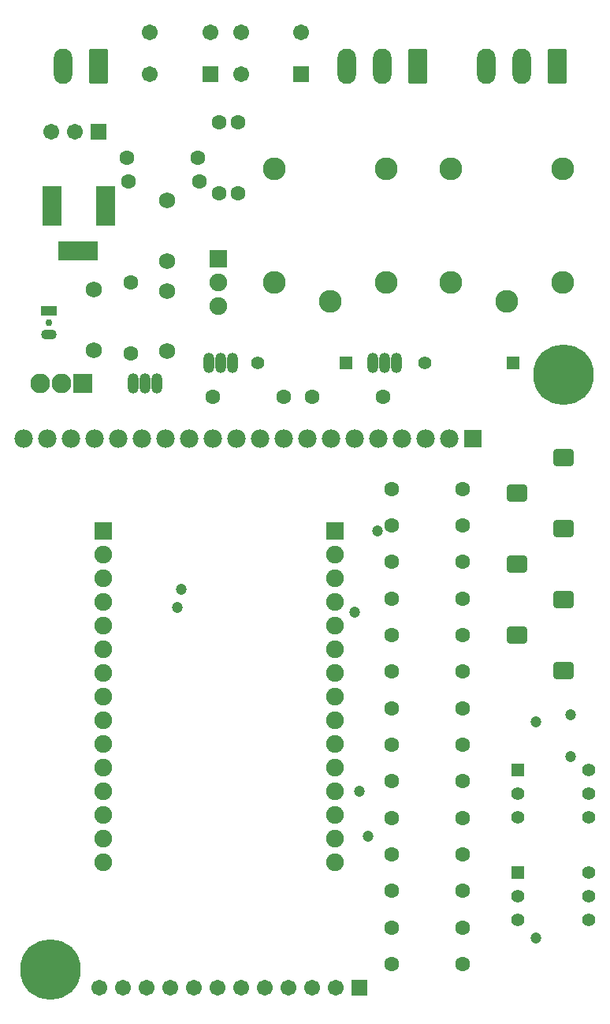
<source format=gbr>
%TF.GenerationSoftware,Altium Limited,Altium Designer,21.3.2 (30)*%
G04 Layer_Color=16711935*
%FSLAX26Y26*%
%MOIN*%
%TF.SameCoordinates,1719BFE3-EC80-49D5-815D-C9D469E1D468*%
%TF.FilePolarity,Negative*%
%TF.FileFunction,Soldermask,Bot*%
%TF.Part,Single*%
G01*
G75*
%TA.AperFunction,ComponentPad*%
G04:AMPARAMS|DCode=35|XSize=42.126mil|YSize=66.929mil|CornerRadius=21.063mil|HoleSize=0mil|Usage=FLASHONLY|Rotation=270.000|XOffset=0mil|YOffset=0mil|HoleType=Round|Shape=RoundedRectangle|*
%AMROUNDEDRECTD35*
21,1,0.042126,0.024803,0,0,270.0*
21,1,0.000000,0.066929,0,0,270.0*
1,1,0.042126,-0.012402,0.000000*
1,1,0.042126,-0.012402,0.000000*
1,1,0.042126,0.012402,0.000000*
1,1,0.042126,0.012402,0.000000*
%
%ADD35ROUNDEDRECTD35*%
%ADD36C,0.029528*%
%ADD37R,0.066929X0.042126*%
G04:AMPARAMS|DCode=46|XSize=78.866mil|YSize=149.732mil|CornerRadius=39.433mil|HoleSize=0mil|Usage=FLASHONLY|Rotation=180.000|XOffset=0mil|YOffset=0mil|HoleType=Round|Shape=RoundedRectangle|*
%AMROUNDEDRECTD46*
21,1,0.078866,0.070866,0,0,180.0*
21,1,0.000000,0.149732,0,0,180.0*
1,1,0.078866,0.000000,0.035433*
1,1,0.078866,0.000000,0.035433*
1,1,0.078866,0.000000,-0.035433*
1,1,0.078866,0.000000,-0.035433*
%
%ADD46ROUNDEDRECTD46*%
G04:AMPARAMS|DCode=47|XSize=78.866mil|YSize=149.732mil|CornerRadius=8.961mil|HoleSize=0mil|Usage=FLASHONLY|Rotation=180.000|XOffset=0mil|YOffset=0mil|HoleType=Round|Shape=RoundedRectangle|*
%AMROUNDEDRECTD47*
21,1,0.078866,0.131811,0,0,180.0*
21,1,0.060945,0.149732,0,0,180.0*
1,1,0.017921,-0.030473,0.065906*
1,1,0.017921,0.030473,0.065906*
1,1,0.017921,0.030473,-0.065906*
1,1,0.017921,-0.030473,-0.065906*
%
%ADD47ROUNDEDRECTD47*%
%ADD48R,0.067055X0.067055*%
%ADD49C,0.067055*%
%TA.AperFunction,ViaPad*%
%ADD50C,0.039496*%
%ADD51C,0.256031*%
%TA.AperFunction,ComponentPad*%
%ADD52R,0.083591X0.083591*%
%ADD53C,0.083591*%
G04:AMPARAMS|DCode=54|XSize=74.929mil|YSize=74.929mil|CornerRadius=37.465mil|HoleSize=0mil|Usage=FLASHONLY|Rotation=0.000|XOffset=0mil|YOffset=0mil|HoleType=Round|Shape=RoundedRectangle|*
%AMROUNDEDRECTD54*
21,1,0.074929,0.000000,0,0,0.0*
21,1,0.000000,0.074929,0,0,0.0*
1,1,0.074929,0.000000,0.000000*
1,1,0.074929,0.000000,0.000000*
1,1,0.074929,0.000000,0.000000*
1,1,0.074929,0.000000,0.000000*
%
%ADD54ROUNDEDRECTD54*%
%ADD55R,0.074929X0.074929*%
%ADD56C,0.039496*%
%ADD57C,0.256031*%
%ADD58C,0.078000*%
%ADD59R,0.078000X0.078000*%
%ADD60C,0.063118*%
%ADD61O,0.047370X0.086740*%
%ADD62O,0.047370X0.086740*%
%ADD63R,0.055244X0.055244*%
%ADD64C,0.055244*%
%ADD65C,0.096583*%
%ADD66R,0.078866X0.165480*%
%ADD67R,0.165480X0.078866*%
%ADD68C,0.068000*%
%ADD69R,0.074929X0.074929*%
%ADD70C,0.074929*%
G04:AMPARAMS|DCode=71|XSize=70.992mil|YSize=86.74mil|CornerRadius=11.874mil|HoleSize=0mil|Usage=FLASHONLY|Rotation=90.000|XOffset=0mil|YOffset=0mil|HoleType=Round|Shape=RoundedRectangle|*
%AMROUNDEDRECTD71*
21,1,0.070992,0.062992,0,0,90.0*
21,1,0.047244,0.086740,0,0,90.0*
1,1,0.023748,0.031496,0.023622*
1,1,0.023748,0.031496,-0.023622*
1,1,0.023748,-0.031496,-0.023622*
1,1,0.023748,-0.031496,0.023622*
%
%ADD71ROUNDEDRECTD71*%
%TA.AperFunction,ViaPad*%
%ADD72C,0.047370*%
D35*
X185433Y2847638D02*
D03*
D36*
Y2897638D02*
D03*
D37*
Y2947638D02*
D03*
D46*
X1444488Y3980315D02*
D03*
X1594488D02*
D03*
X2185039D02*
D03*
X2035039D02*
D03*
X243701Y3980315D02*
D03*
D47*
X1744488Y3980315D02*
D03*
X2335039D02*
D03*
X393701Y3980315D02*
D03*
D48*
X1496063Y86614D02*
D03*
X393701Y3704724D02*
D03*
X866142Y3946850D02*
D03*
X1251968D02*
D03*
D49*
X1396063Y86614D02*
D03*
X1296063D02*
D03*
X1196063D02*
D03*
X1096063D02*
D03*
X996063D02*
D03*
X896063D02*
D03*
X796063D02*
D03*
X696063D02*
D03*
X596063D02*
D03*
X496063D02*
D03*
X396063D02*
D03*
X293701Y3704724D02*
D03*
X193701D02*
D03*
X610236Y3946850D02*
D03*
Y4124016D02*
D03*
X866142D02*
D03*
X996063Y3946850D02*
D03*
Y4124016D02*
D03*
X1251968D02*
D03*
D50*
X2362205Y2771654D02*
D03*
X2267716Y2677165D02*
D03*
X2295392Y2743979D02*
D03*
Y2610352D02*
D03*
X2429018Y2743979D02*
D03*
Y2610352D02*
D03*
X2362205Y2582677D02*
D03*
X2456693Y2677165D02*
D03*
D51*
X2362205D02*
D03*
D52*
X327953Y2641732D02*
D03*
D53*
X237795D02*
D03*
X147638D02*
D03*
D54*
X414370Y616732D02*
D03*
Y1616732D02*
D03*
Y1116732D02*
D03*
Y1716732D02*
D03*
Y1916732D02*
D03*
Y1216732D02*
D03*
Y716732D02*
D03*
Y1016732D02*
D03*
Y1816732D02*
D03*
Y816732D02*
D03*
Y916732D02*
D03*
Y1316732D02*
D03*
Y1416732D02*
D03*
Y1516732D02*
D03*
X1394685Y616732D02*
D03*
Y1616732D02*
D03*
Y1116732D02*
D03*
Y1716732D02*
D03*
Y1916732D02*
D03*
Y1216732D02*
D03*
Y716732D02*
D03*
Y1016732D02*
D03*
Y1816732D02*
D03*
Y816732D02*
D03*
Y916732D02*
D03*
Y1316732D02*
D03*
Y1416732D02*
D03*
Y1516732D02*
D03*
D55*
X414370Y2016732D02*
D03*
X1394685D02*
D03*
D56*
X283858Y164567D02*
D03*
X189370Y70079D02*
D03*
X256183Y97754D02*
D03*
Y231380D02*
D03*
X122557Y97754D02*
D03*
Y231380D02*
D03*
X94882Y164567D02*
D03*
X189370Y259055D02*
D03*
D57*
Y164567D02*
D03*
D58*
X1577953Y2405512D02*
D03*
X1477953D02*
D03*
X1877953D02*
D03*
X1777953D02*
D03*
X1677953D02*
D03*
X177953D02*
D03*
X1377953D02*
D03*
X1277953D02*
D03*
X377953D02*
D03*
X477953D02*
D03*
X777953D02*
D03*
X77953D02*
D03*
X277953D02*
D03*
X677953D02*
D03*
X877953D02*
D03*
X1177953D02*
D03*
X1077953D02*
D03*
X977953D02*
D03*
X577953D02*
D03*
D59*
X1977953D02*
D03*
D60*
X1298819Y2584646D02*
D03*
X1598819D02*
D03*
X1177559Y2582677D02*
D03*
X877559D02*
D03*
X530512Y3067323D02*
D03*
Y2767323D02*
D03*
X815354Y3594488D02*
D03*
X515354D02*
D03*
X519291Y3492126D02*
D03*
X819291D02*
D03*
X984252Y3744488D02*
D03*
Y3444488D02*
D03*
X905512Y3744488D02*
D03*
Y3444488D02*
D03*
X1933465Y187190D02*
D03*
X1633465D02*
D03*
X1933465Y341642D02*
D03*
X1633465D02*
D03*
Y496094D02*
D03*
X1933465D02*
D03*
Y650545D02*
D03*
X1633465D02*
D03*
Y804997D02*
D03*
X1933465D02*
D03*
X1633465Y959449D02*
D03*
X1933465D02*
D03*
Y1113901D02*
D03*
X1633465D02*
D03*
X1933465Y1268352D02*
D03*
X1633465D02*
D03*
X1933465Y1422804D02*
D03*
X1633465D02*
D03*
Y1577256D02*
D03*
X1933465D02*
D03*
X1633465Y1731708D02*
D03*
X1933465D02*
D03*
X1633465Y1886160D02*
D03*
X1933465D02*
D03*
X1633465Y2040611D02*
D03*
X1933465D02*
D03*
X1633465Y2195063D02*
D03*
X1933465D02*
D03*
D61*
X640551Y2641732D02*
D03*
X590551D02*
D03*
X1603543Y2728347D02*
D03*
X909449D02*
D03*
D62*
X540551Y2641732D02*
D03*
X1653543Y2728347D02*
D03*
X1553543D02*
D03*
X959449D02*
D03*
X859449D02*
D03*
D63*
X2147638D02*
D03*
X1440945Y2728347D02*
D03*
X2167913Y1005512D02*
D03*
Y572441D02*
D03*
D64*
X1773622Y2728347D02*
D03*
X1066929Y2728347D02*
D03*
X2167913Y905512D02*
D03*
Y805512D02*
D03*
X2467913D02*
D03*
Y905512D02*
D03*
Y1005512D02*
D03*
X2167913Y472441D02*
D03*
Y372441D02*
D03*
X2467913D02*
D03*
Y472441D02*
D03*
Y572441D02*
D03*
D65*
X1137795Y3066929D02*
D03*
Y3547244D02*
D03*
X1610236D02*
D03*
Y3066929D02*
D03*
X1374016Y2988189D02*
D03*
X1885827Y3066929D02*
D03*
Y3547244D02*
D03*
X2358268D02*
D03*
Y3066929D02*
D03*
X2122047Y2988189D02*
D03*
D66*
X425197Y3389764D02*
D03*
X196850D02*
D03*
D67*
X307087Y3200787D02*
D03*
D68*
X685039Y3157480D02*
D03*
Y3413386D02*
D03*
X374016Y3035433D02*
D03*
Y2779528D02*
D03*
X685039Y3031496D02*
D03*
Y2775590D02*
D03*
D69*
X901575Y3166929D02*
D03*
D70*
Y3066929D02*
D03*
Y2966929D02*
D03*
D71*
X2362205Y1426772D02*
D03*
X2165354Y1576772D02*
D03*
X2362205Y1726772D02*
D03*
X2165354Y1876772D02*
D03*
X2362205Y2026772D02*
D03*
X2165354Y2176772D02*
D03*
X2362205Y2326772D02*
D03*
D72*
X1574803Y2016732D02*
D03*
X728346Y1692913D02*
D03*
X1476378Y1673228D02*
D03*
X745427Y1771653D02*
D03*
X1496063Y916732D02*
D03*
X1535433Y728346D02*
D03*
X2244095Y295276D02*
D03*
X2389528Y1062992D02*
D03*
Y1240158D02*
D03*
X2244771Y1211055D02*
D03*
%TF.MD5,90ea814ec022329586175f5ce51f88a9*%
M02*

</source>
